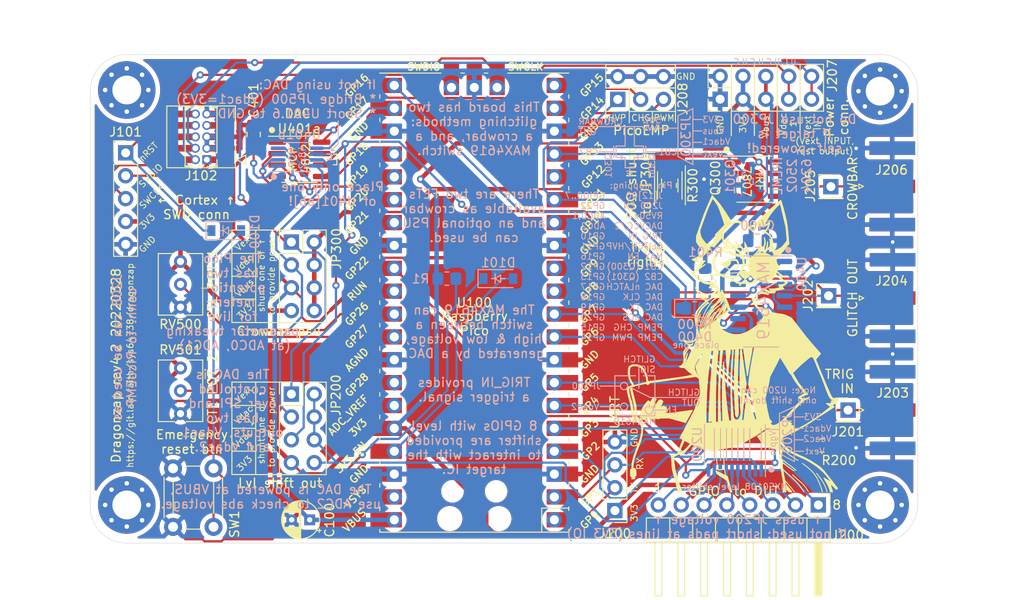
<source format=kicad_pcb>
(kicad_pcb (version 20211014) (generator pcbnew)

  (general
    (thickness 1.6)
  )

  (paper "A4")
  (title_block
    (rev "4")
  )

  (layers
    (0 "F.Cu" signal)
    (31 "B.Cu" signal)
    (32 "B.Adhes" user "B.Adhesive")
    (33 "F.Adhes" user "F.Adhesive")
    (34 "B.Paste" user)
    (35 "F.Paste" user)
    (36 "B.SilkS" user "B.Silkscreen")
    (37 "F.SilkS" user "F.Silkscreen")
    (38 "B.Mask" user)
    (39 "F.Mask" user)
    (40 "Dwgs.User" user "User.Drawings")
    (41 "Cmts.User" user "User.Comments")
    (42 "Eco1.User" user "User.Eco1")
    (43 "Eco2.User" user "User.Eco2")
    (44 "Edge.Cuts" user)
    (45 "Margin" user)
    (46 "B.CrtYd" user "B.Courtyard")
    (47 "F.CrtYd" user "F.Courtyard")
    (48 "B.Fab" user)
    (49 "F.Fab" user)
  )

  (setup
    (stackup
      (layer "F.SilkS" (type "Top Silk Screen"))
      (layer "F.Paste" (type "Top Solder Paste"))
      (layer "F.Mask" (type "Top Solder Mask") (thickness 0.01))
      (layer "F.Cu" (type "copper") (thickness 0.035))
      (layer "dielectric 1" (type "core") (thickness 1.51) (material "FR4") (epsilon_r 4.5) (loss_tangent 0.02))
      (layer "B.Cu" (type "copper") (thickness 0.035))
      (layer "B.Mask" (type "Bottom Solder Mask") (thickness 0.01))
      (layer "B.Paste" (type "Bottom Solder Paste"))
      (layer "B.SilkS" (type "Bottom Silk Screen"))
      (copper_finish "None")
      (dielectric_constraints no)
    )
    (pad_to_mask_clearance 0)
    (pcbplotparams
      (layerselection 0x00010fc_ffffffff)
      (disableapertmacros false)
      (usegerberextensions false)
      (usegerberattributes true)
      (usegerberadvancedattributes true)
      (creategerberjobfile true)
      (svguseinch false)
      (svgprecision 6)
      (excludeedgelayer true)
      (plotframeref false)
      (viasonmask false)
      (mode 1)
      (useauxorigin false)
      (hpglpennumber 1)
      (hpglpenspeed 20)
      (hpglpendiameter 15.000000)
      (dxfpolygonmode true)
      (dxfimperialunits true)
      (dxfusepcbnewfont true)
      (psnegative false)
      (psa4output false)
      (plotreference true)
      (plotvalue true)
      (plotinvisibletext false)
      (sketchpadsonfab false)
      (subtractmaskfromsilk false)
      (outputformat 1)
      (mirror false)
      (drillshape 0)
      (scaleselection 1)
      (outputdirectory "gerbers-rev4/")
    )
  )

  (net 0 "")
  (net 1 "GND")
  (net 2 "+3V3")
  (net 3 "+3.3VADC")
  (net 4 "Net-(D100-Pad1)")
  (net 5 "GPIO0")
  (net 6 "GPIO1")
  (net 7 "/controller/SWDIO")
  (net 8 "/controller/SWCLK")
  (net 9 "unconnected-(J102-Pad8)")
  (net 10 "unconnected-(J102-Pad7)")
  (net 11 "unconnected-(J102-Pad6)")
  (net 12 "Net-(J200-Pad1)")
  (net 13 "Net-(J200-Pad2)")
  (net 14 "TRIG_IN")
  (net 15 "GLITCH_OUT")
  (net 16 "Net-(J200-Pad3)")
  (net 17 "ADC0")
  (net 18 "ADC1")
  (net 19 "Net-(J200-Pad4)")
  (net 20 "Net-(J200-Pad5)")
  (net 21 "Net-(J200-Pad6)")
  (net 22 "VCC_EXT")
  (net 23 "DAC_HI")
  (net 24 "CB1_G")
  (net 25 "CB2_G")
  (net 26 "GPIO_EN")
  (net 27 "DAC_nCS")
  (net 28 "MAX_SW_A")
  (net 29 "MAX_EN")
  (net 30 "GPIO2")
  (net 31 "GPIO3")
  (net 32 "GPIO4")
  (net 33 "GPIO5")
  (net 34 "GPIO6")
  (net 35 "GLITCH_SIG")
  (net 36 "GPIO7")
  (net 37 "GPIO8")
  (net 38 "GPIO9")
  (net 39 "unconnected-(U100-Pad30)")
  (net 40 "DAC_nL")
  (net 41 "DAC_CLK")
  (net 42 "DAC_TX")
  (net 43 "~{EMERG_SHDN}")
  (net 44 "unconnected-(U100-Pad39)")
  (net 45 "Net-(J200-Pad7)")
  (net 46 "DAC_LO")
  (net 47 "CROWBAR")
  (net 48 "/gpio/TAR_VCCIO")
  (net 49 "Net-(J200-Pad8)")
  (net 50 "ADC2")
  (net 51 "PICOEMP_PWM")
  (net 52 "PICOEMP_CHG")
  (net 53 "VBUS")
  (net 54 "CB_VCC")
  (net 55 "Net-(D101-Pad2)")
  (net 56 "/vccout/INHIBIT")

  (footprint "Resistor_SMD:R_0805_2012Metric_Pad1.20x1.40mm_HandSolder" (layer "F.Cu") (at 135.128 87.179 90))

  (footprint "Connector_Coaxial:SMA_Amphenol_132289_EdgeMount" (layer "F.Cu") (at 159.845 87.287))

  (footprint "MountingHole:MountingHole_3.2mm_M3_Pad_Via" (layer "F.Cu") (at 158.496 122.682))

  (footprint "Connector_PinHeader_2.54mm:PinHeader_2x04_P2.54mm_Vertical" (layer "F.Cu") (at 93.091 93.472))

  (footprint "Connector_PinHeader_2.54mm:PinHeader_2x05_P2.54mm_Vertical" (layer "F.Cu") (at 140.721 77.602 90))

  (footprint "Connector_PinHeader_2.54mm:PinHeader_1x01_P2.54mm_Vertical" (layer "F.Cu") (at 152.776 99.441))

  (footprint "Resistor_SMD:R_2010_5025Metric_Pad1.40x2.65mm_HandSolder" (layer "F.Cu") (at 135.128 87.179 90))

  (footprint "Connector_PinHeader_2.54mm:PinHeader_1x08_P2.54mm_Horizontal" (layer "F.Cu") (at 151.638 122.682 -90))

  (footprint "Connector_PinHeader_2.54mm:PinHeader_2x04_P2.54mm_Vertical" (layer "F.Cu") (at 93.091 110.363))

  (footprint "Potentiometer_THT:Potentiometer_Vishay_T73XW_Horizontal" (layer "F.Cu") (at 80.772 95.631))

  (footprint "Connector_PinHeader_2.54mm:PinHeader_1x01_P2.54mm_Vertical" (layer "F.Cu") (at 153.03 87.317))

  (footprint "Resistor_SMD:R_0805_2012Metric_Pad1.20x1.40mm_HandSolder" (layer "F.Cu") (at 152.035 116.078 180))

  (footprint "MCU_RaspberryPi_and_Boards:RPi_Pico_SMD_TH" (layer "F.Cu") (at 113.411 100.203 180))

  (footprint "Connector_PinHeader_1.27mm:PinHeader_2x05_P1.27mm_Vertical" (layer "F.Cu") (at 83.694 84.326 180))

  (footprint "lethalbit-connectors:FTSH-105-01-L-DV-K-TR" (layer "F.Cu") (at 83.059 81.786 90))

  (footprint "Potentiometer_THT:Potentiometer_Vishay_T73XW_Horizontal" (layer "F.Cu") (at 80.772 107.457))

  (footprint "Resistor_SMD:R_2512_6332Metric_Pad1.40x3.35mm_HandSolder" (layer "F.Cu") (at 135.15 87.179 90))

  (footprint "Capacitor_SMD:C_0805_2012Metric_Pad1.18x1.45mm_HandSolder" (layer "F.Cu") (at 88.9 81.5125 -90))

  (footprint "Capacitor_THT:CP_Radial_D4.0mm_P2.00mm" (layer "F.Cu") (at 95.123 124.333 180))

  (footprint "Resistor_SMD:R_1206_3216Metric_Pad1.30x1.75mm_HandSolder" (layer "F.Cu") (at 135.128 87.179 90))

  (footprint "MountingHole:MountingHole_3.2mm_M3_Pad_Via" (layer "F.Cu") (at 158.496 76.708))

  (footprint "Connector_PinHeader_2.54mm:PinHeader_1x01_P2.54mm_Vertical" (layer "F.Cu") (at 154.94 112.141))

  (footprint "graphics:xenia" (layer "F.Cu")
    (tedit 61C154B6) (tstamp baf18278-d51c-443e-9972-c8c9ba5d7493)
    (at 143.4789 104.902)
    (attr through_hole)
    (fp_text reference "XENIA" (at 0 0.5) (layer "F.SilkS") hide
      (effects (font (size 1 1) (thickness 0.15)))
      (tstamp 2ab096f1-5e2e-4948-88f7-ee80da352ce9)
    )
    (fp_text value "xenia" (at 0 -0.5) (layer "F.Fab")
      (effects (font (size 1 1) (thickness 0.15)))
      (tstamp fc47ad18-c916-4f04-8460-6a5fb9138c7e)
    )
    (fp_line (start -0.087449 -8.809657) (end 0.146027 -8.894909) (layer "F.SilkS") (width 0.1) (tstamp 00486478-893b-425b-a5bc-a7e44ca55943))
    (fp_line (start 2.120427 -10.202538) (end 2.241183 -10.185531) (layer "F.SilkS") (width 0.1) (tstamp 0234d303-1347-4357-9ac8-112e8e6ab5f3))
    (fp_line (start 4.330047 -6.234346) (end 4.089216 -6.498479) (layer "F.SilkS") (width 0.1) (tstamp 02d5be24-1036-4d78-b8b7-1b443d15e7c8))
    (fp_line (start 3.24756 9.045381) (end 3.4801 8.89316) (layer "F.SilkS") (width 0.1) (tstamp 0453b7e4-e0e7-4cb5-8648-bec6a813bdeb))
    (fp_line (start 0.260403 -6.891084) (end -0.332851 -6.886832) (layer "F.SilkS") (width 0.1) (tstamp 069f3316-bcd2-4604-a333-7165193738be))
    (fp_line (start -3.758068 -6.759273) (end -3.963863 -6.339774) (layer "F.SilkS") (width 0.1) (tstamp 087708f1-e1e9-4263-81e5-92e875871b86))
    (fp_line (start -9.297786 4.012324) (end -10.724534 4.222797) (layer "F.SilkS") (width 0.1) (tstamp 088a5abf-5280-4acd-9be5-182deee4161f))
    (fp_line (start 0.359176 -6.835298) (end 0.320909 -6.836064) (layer "F.SilkS") (width 0.1) (tstamp 09ddd339-86e0-4167-9e67-6513769a8304))
    (fp_line (start -11.079063 8.253324) (end -11.346087 8.129166) (layer "F.SilkS") (width 0.1) (tstamp 0a1dbe60-6997-4f4e-b4aa-4ec0085281f7))
    (fp_line (start 0.636957 -7.835127) (end 0.567013 -8.025403) (layer "F.SilkS") (width 0.1) (tstamp 0a9d52bd-4852-44a8-82f7-f0b2e974bf90))
    (fp_line (start 0.978307 -7.395325) (end 1.596288 -7.079446) (layer "F.SilkS") (width 0.1) (tstamp 0b28e9dc-79a6-45c1-9c4d-325ada2cc88d))
    (fp_line (start -0.023841 -7.012478) (end 0.260403 -6.891084) (layer "F.SilkS") (width 0.1) (tstamp 0b379b3e-c12a-4629-a430-1567b828b4a9))
    (fp_line (start -4.650002 0.989642) (end -3.764935 0.613726) (layer "F.SilkS") (width 0.1) (tstamp 0f956713-c3d9-4b4c-8b52-a74d6d57ce5b))
    (fp_line (start -0.40371 -6.811827) (end 0.321759 -6.836064) (layer "F.SilkS") (width 0.1) (tstamp 10fd1d94-746f-466c-84a0-aa85c04b7684))
    (fp_line (start 3.479802 11.455544) (end 3.948093 11.551703) (layer "F.SilkS") (width 0.1) (tstamp 1164e296-14e5-4a5e-b2f3-44f1d36e7550))
    (fp_line (start 2.98583 -11.581707) (end 2.741129 -11.748809) (layer "F.SilkS") (width 0.1) (tstamp 12ec9af5-fae0-487c-9f32-ec0f72c4cf1f))
    (fp_line (start -4.381109 -11.064391) (end -4.310739 -11.182596) (layer "F.SilkS") (width 0.1) (tstamp 13666fea-91c0-4fec-bb70-a04cdbcf337e))
    (fp_line (start -0.404795 0.395004) (end -0.462196 0.395218) (layer "F.SilkS") (width 0.1) (tstamp 1399d9fd-892e-4c6d-94d4-e65f4b8d90fb))
    (fp_line (start -1.858607 -3.896465) (end -3.018353 -2.837788) (layer "F.SilkS") (width 0.1) (tstamp 14127424-0f91-4793-8a8a-36511132b3fd))
    (fp_line (start -3.250381 11.652943) (end -2.433578 11.510927) (layer "F.SilkS") (width 0.1) (tstamp 1485f998-b07f-4385-8f35-cac19f2827b9))
    (fp_line (start -8.886174 7.308196) (end -8.901056 7.197645) (layer "F.SilkS") (width 0.1) (tstamp 156d07b6-f60e-459b-b98a-29b8c699efdc))
    (fp_line (start -12.551074 13.779714) (end -12.706696 13.860076) (layer "F.SilkS") (width 0.1) (tstamp 16a71bba-04ef-4283-a06b-f6e9ba8ea3c4))
    (fp_line (start -5.127987 3.687899) (end -5.047837 3.724891) (layer "F.SilkS") (width 0.1) (tstamp 16ec19e3-7b49-453e-80e4-246815f99f56))
    (fp_line (start 0.998035 -5.007568) (end 1.417534 -4.961009) (layer "F.SilkS") (width 0.1) (tstamp 18457aad-4f9d-4c40-a5cc-fb25084ce7be))
    (fp_line (start -5.027428 3.476363) (end -5.115231 3.542269) (layer "F.SilkS") (width 0.1) (tstamp 185cec19-d583-42a6-bbf6-9e4403a7b0ce))
    (fp_line (start -6.740291 2.002993) (end -6.697559 1.323252) (layer "F.SilkS") (width 0.1) (tstamp 19b8a416-d457-47c0-a7b0-da25cad6c5a1))
    (fp_line (start -0.007897 -7.388394) (end -0.050628 -7.071368) (layer "F.SilkS") (width 0.1) (tstamp 1c4a967a-d9ff-4163-bb2a-95ccc3501bb3))
    (fp_line (start -0.670522 -6.851881) (end -0.53786 -6.616024) (layer "F.SilkS") (width 0.1) (tstamp 1c5c7e2f-94b3-4b5e-b4ad-c0a6563fc67e))
    (fp_line (start -10.908538 4.337111) (end -10.835617 4.409819) (layer "F.SilkS") (width 0.1) (tstamp 1e0ba953-460b-4ddb-ba5b-e01c556e61f7))
    (fp_line (start 4.90149 16.307955) (end 5.210438 16.322837) (layer "F.SilkS") (width 0.1) (tstamp 1f5d8d4c-52db-4d4d-99bb-fd209dbbc195))
    (fp_line (start -1.262672 0.453299) (end -1.363656 0.468181) (layer "F.SilkS") (width 0.1) (tstamp 1f69b1f6-9fed-42d7-9e08-09f288c476bc))
    (fp_line (start 2.998458 8.928026) (end 2.798403 8.735837) (layer "F.SilkS") (width 0.1) (tstamp 1fb3f6bd-66d7-4a74-a144-ae01112ff895))
    (fp_line (start -2.982169 0.583537) (end -2.699243 0.577159) (layer "F.SilkS") (width 0.1) (tstamp 20a0f469-5ae6-4e36-8ff6-79100ece3f30))
    (fp_line (start 0.566716 -8.025531) (end 0.636661 -7.835255) (layer "F.SilkS") (width 0.1) (tstamp 21a2e357-9ad7-4e55-9783-020864723576))
    (fp_line (start -2.922258 -2.660056) (end -1.647369 -3.924825) (layer "F.SilkS") (width 0.1) (tstamp 23781219-648c-45af-8566-464b78a6f9ff))
    (fp_line (start -0.590372 -6.842654) (end -0.464088 -6.840528) (layer "F.SilkS") (width 0.1) (tstamp 23b5355a-334f-4bc1-a3a3-bcd5e8aabe03))
    (fp_line (start -0.271007 -9.616787) (end -0.136007 -9.641874) (layer "F.SilkS") (width 0.1) (tstamp 23f55bc5-218f-4c81-bcc4-297aa64fa0b2))
    (fp_line (start 7.736937 1.655947) (end 7.847488 1.605774) (layer "F.SilkS") (width 0.1) (tstamp 252382df-08a7-4b0b-8609-1072db1e998e))
    (fp_line (start -1.871555 -11.918931) (end -1.940225 -12.001419) (layer "F.SilkS") (width 0.1) (tstamp 2566906f-dee1-4d49-aa89-42683ad37200))
    (fp_line (start -2.231462 -13.327246) (end -3.235395 -12.265232) (layer "F.SilkS") (width 0.1) (tstamp 25b94296-ce9e-441c-ba5a-3999d9179a7f))
    (fp_line (start 4.695249 -11.592294) (end 4.867028 -11.229431) (layer "F.SilkS") (width 0.1) (tstamp 2609c5fc-6f5a-49bd-a40b-c12eaada5a92))
    (fp_line (start 4.588609 8.485737) (end 4.879742 8.498492) (layer "F.SilkS") (width 0.1) (tstamp 275e3c89-0d83-4a85-9571-5807c3e775e6))
    (fp_line (start 1.219052 9.973394) (end 1.334493 9.873048) (layer "F.SilkS") (width 0.1) (tstamp 276b13d7-0a57-419c-8da2-e837b16f8ff4))
    (fp_line (start 0.832973 -5.261113) (end 0.774721 -5.194995) (layer "F.SilkS") (width 0.1) (tstamp 27f73be5-5b6d-4dcd-9c2b-08178b3c0f10))
    (fp_line (start 3.878467 -6.660457) (end 3.824042 -6.69915) (layer "F.SilkS") (width 0.1) (tstamp 284e6dc9-3ac5-4cda-bd41-857fb98d4679))
    (fp_line (start -4.421864 -8.927692) (end -5.015118 -8.576139) (layer "F.SilkS") (width 0.1) (tstamp 28797dd3-5c25-40ea-9029-91b4bdf67bc8))
    (fp_line (start -6.053407 10.967866) (end -5.922871 11.018039) (layer "F.SilkS") (width 0.1) (tstamp 28d5ed17-1bf9-4c62-b49a-5fe63f5fcad7))
    (fp_line (start -3.125587 -6.648084) (end -3.692013 -6.537745) (layer "F.SilkS") (width 0.1) (tstamp 292a37f1-a8d7-4049-8d9e-d154cb6269d5))
    (fp_line (start -3.963863 -6.339774) (end -3.148187 -6.432892) (layer "F.SilkS") (width 0.1) (tstamp 29d26dd1-1c9b-4097-8348-63ab0c86a559))
    (fp_line (start -0.136007 -9.641597) (end -0.271007 -9.616511) (layer "F.SilkS") (width 0.1) (tstamp 2b1d77fe-f78d-4ff8-b505-0f28f2dbc7c6))
    (fp_line (start -2.567432 -10.399893) (end -2.567432 -10.400064) (layer "F.SilkS") (width 0.1) (tstamp 2d8c2e79-0ca6-4cac-bd97-7ed59984e6ca))
    (fp_line (start -3.612693 8.448277) (end -3.623323 8.650245) (layer "F.SilkS") (width 0.1) (tstamp 2db2a178-64e5-43fc-91c6-f6bb623ee10e))
    (fp_line (start 0.831253 0.253265) (end 1.081438 0.212021) (layer "F.SilkS") (width 0.1) (tstamp 2e9befe8-1ba6-44c4-8c0c-2f6b67d813e8))
    (fp_line (start -2.265074 13.818492) (end -2.151546 14.500359) (layer "F.SilkS") (width 0.1) (tstamp 2f15d41d-727f-4089-af4d-eed812228f8d))
    (fp_line (start -3.465554 0.613726) (end -2.982169 0.583537) (layer "F.SilkS") (width 0.1) (tstamp 2f4fca68-ad3d-42af-a65a-2dfd84c64f23))
    (fp_line (start 3.824042 -6.69915) (end 3.76579 -6.598166) (layer "F.SilkS") (width 0.1) (tstamp 2f8fab55-05ca-4686-80f5-c3c168b9b405))
    (fp_line (start 3.802463 11.057008) (end 4.193772 10.248454) (layer "F.SilkS") (width 0.1) (tstamp 2fa1b765-b805-47fc-bf33-7549704c7989))
    (fp_line (start 4.525042 15.474081) (end 4.581806 15.914436) (layer "F.SilkS") (width 0.1) (tstamp 318e2232-f227-48be-bc7e-28bc039cbe1a))
    (fp_line (start 0.320909 -6.836064) (end 0.323034 -6.596465) (layer "F.SilkS") (width 0.1) (tstamp 31dcfa14-92b3-40c0-9b7e-3e11dc0058e1))
    (fp_line (start -1.479203 -7.201053) (end -1.470699 -7.127281) (layer "F.SilkS") (width 0.1) (tstamp 321f985d-c802-49a4-b839-d957d45e8880))
    (fp_line (start -2.768188 -9.031568) (end -2.728921 -9.000571) (layer "F.SilkS") (width 0.1) (tstamp 328d1402-4958-47d2-b0f1-71018e3fb92d))
    (fp_line (start -0.523191 -6.729339) (end -0.516813 -6.620064) (layer "F.SilkS") (width 0.1) (tstamp 32e61bfc-d546-4722-ac49-cbb99c79a789))
    (fp_line (start -4.310717 -11.182319) (end -4.381087 -11.064115) (layer "F.SilkS") (width 0.1) (tstamp 3333a437-094a-4126-981c-1a90640c11d7))
    (fp_line (start -0.53786 -6.616024) (end -0.522978 -6.728701) (layer "F.SilkS") (width 0.1) (tstamp 33ea8dc4-877d-4756-9eec-56ecc269d0d6))
    (fp_line (start -2.42565 8.523069) (end -2.710361 8.529447) (layer "F.SilkS") (width 0.1) (tstamp 351d5969-2e3a-436e-a584-701985869a16))
    (fp_line (start -3.548467 -11.102808) (end -3.680278 -11.20443) (layer "F.SilkS") (width 0.1) (tstamp 36bf2b67-6c66-4f57-9dcc-180452d3e2dc))
    (fp_line (start -10.667452 4.294378) (end -10.705294 4.290126) (layer "F.SilkS") (width 0.1) (tstamp 38dc9787-3773-4a65-9eac-77f34d6df8dc))
    (fp_line (start -12.671829 14.588332) (end -12.551286 14.590458) (layer "F.SilkS") (width 0.1) (tstamp 3949f8f3-4972-460a-90a0-6906b5d7ca76))
    (fp_line (start 3.981279 10.706561) (end 3.921327 10.860227) (layer "F.SilkS") (width 0.1) (tstamp 3b861d3c-b38d-4322-b67b-d95ab0619cc6))
    (fp_line (start 9.914625 6.87845) (end 9.630849 6.725166) (layer "F.SilkS") (width 0.1) (tstamp 3bf5a303-d45e-4366-b8e2-9eef9aa4ea37))
    (fp_line (start -1.955062 14.629087) (end -1.482966 16.326622) (layer "F.SilkS") (width 0.1) (tstamp 3d234cf4-d2a0-4b1e-b0ed-33b40ca1bbce))
    (fp_line (start -2.482371 0.53921) (end -2.699349 0.578328) (layer "F.SilkS") (width 0.1) (tstamp 3d6a7394-0229-439d-98ea-24fb7b7d0870))
    (fp_line (start -5.819251 -0.058596) (end -5.782259 -0.164257) (layer "F.SilkS") (width 0.1) (tstamp 3ecd5e71-045c-45dd-959d-3e97c8e33089))
    (fp_line (start -3.785279 -2.270788) (end -4.94377 -1.700982) (layer "F.SilkS") (width 0.1) (tstamp 3f60471a-e684-4c40-916a-dc05757982ce))
    (fp_line (start 3.76579 -6.598166) (end 3.956065 -6.349596) (layer "F.SilkS") (width 0.1) (tstamp 3f775266-cc7f-49e6-b89d-e69ba5f3895e))
    (fp_line (start 3.761942 -7.448985) (end 4.562098 -6.916851) (layer "F.SilkS") (width 0.1) (tstamp 401fc27b-55c2-4d17-b7a9-17271cdee251))
    (fp_line (start -3.619092 -4.014223) (end -4.053048 -3.440186) (layer "F.SilkS") (width 0.1) (tstamp 41e173df-b769-4562-86b0-af2aff66057d))
    (fp_line (start 0.321759 -6.836064) (end 0.360027 -6.835298) (layer "F.SilkS") (width 0.1) (tstamp 43797be8-9d42-485f-bc6b-0544d45927b2))
    (fp_line (start 10.256122 6.014427) (end 10.165768 5.934065) (layer "F.SilkS") (width 0.1) (tstamp 4459b91b-d937-4427-a170-e7027c4df452))
    (fp_line (start -1.482966 16.326622) (end -1.613502 16.326622) (layer "F.SilkS") (width 0.1) (tstamp 46605a33-9342-4627-adea-08a0c3dd1775))
    (fp_line (start -2.364145 -5.272232) (end -2.325452 -5.192508) (layer "F.SilkS") (width 0.1) (tstamp 47476406-4d27-4820-aefe-eb91485cd792))
    (fp_line (start -1.200487 -7.170056) (end -1.200487 -7.170056) (layer "F.SilkS") (width 0.1) (tstamp 47bd3e42-5e60-4145-b4ff-ba2ead23635e))
    (fp_line (start -10.724534 4.222797) (end -10.772326 4.101105) (layer "F.SilkS") (width 0.1) (tstamp 487c4890-ae05-4d1e-8757-f717bdd9f770))
    (fp_line (start -1.29977 -7.131533) (end -0.950173 -6.910133) (layer "F.SilkS") (width 0.1) (tstamp 48f5ac3f-19ad-4208-9449-373c6d6bed43))
    (fp_line (start -0.419655 -9.922015) (end -0.584419 -9.95518) (layer "F.SilkS") (width 0.1) (tstamp 499f0043-d011-4c69-b76f-552cc2e709c0))
    (fp_line (start -10.859577 4.243461) (end -10.870207 4.151406) (layer "F.SilkS") (width 0.1) (tstamp 4b724a58-7782-4fb0-85bb-73cee8bfacec))
    (fp_line (start -3.623323 8.650245) (end -4.324302 8.722316) (layer "F.SilkS") (width 0.1) (tstamp 4c7ee18f-1e28-4990-b358-0d20ba5f3a19))
    (fp_line (start 2.278047 -6.178114) (end 2.254661 -6.053744) (layer "F.SilkS") (width 0.1) (tstamp 4cd7b6b4-85c9-4884-8f10-e79b6ed8c90b))
    (fp_line (start -10.857408 4.242058) (end -10.859577 4.243461) (layer "F.SilkS") (width 0.1) (tstamp 4cf1650d-f012-4b15-ad31-a94564f120f8))
    (fp_line (start 0.636661 -7.835255) (end 0.978307 -7.395325) (layer "F.SilkS") (width 0.1) (tstamp 4d1172a0-a1e6-4e5d-b676-3dfbdc70f814))
    (fp_line (start 4.368889 -7.671512) (end 4.228999 -7.648126) (layer "F.SilkS") (width 0.1) (tstamp 4ea04a5a-7a78-43fb-87d5-86eb2afcea5f))
    (fp_line (start 10.027621 6.192797) (end 10.256122 6.014427) (layer "F.SilkS") (width 0.1) (tstamp 51b18456-8852-4cce-ad37-628dd1c4103a))
    (fp_line (start 0.975627 -7.108827) (end 0.990509 -7.046749) (layer "F.SilkS") (width 0.1) (tstamp 52064152-4b25-4796-8ab1-2e49f3df562c))
    (fp_line (start 5.077543 8.647949) (end 4.922346 8.701524) (layer "F.SilkS") (width 0.1) (tstamp 53bc95a0-a6b5-4bd3-8806-205d384c6e1c))
    (fp_line (start -2.943709 -5.906668) (end -2.916242 -5.843484) (layer "F.SilkS") (width 0.1) (tstamp 54c05bf1-249d-4ed0-aee6-f8cef4715275))
    (fp_line (start 4.587334 8.28802) (end 4.484224 8.388366) (layer "F.SilkS") (width 0.1) (tstamp 54d05816-bdfa-450b-939f-fffbc2d3c01c))
    (fp_line (start -3.764935 0.613726) (end -3.465554 0.613726) (layer "F.SilkS") (width 0.1) (tstamp 56614d25-92fe-4928-ba13-f50ff5bf48ed))
    (fp_line (start 5.210438 16.322837) (end 4.525042 15.474081) (layer "F.SilkS") (width 0.1) (tstamp 57d20178-cd72-4cdf-a6b0-742aea76d37b))
    (fp_line (start -0.446932 -6.922464) (end -0.749927 -6.933093) (layer "F.SilkS") (width 0.1) (tstamp 58166378-73e4-4c77-abf1-b61da426c963))
    (fp_line (start -7.002722 16.306531) (end -7.404278 16.31157) (layer "F.SilkS") (width 0.1) (tstamp 5964804a-9ffe-4905-9f1b-c960fc5465a3))
    (fp_line (start -8.901056 7.197645) (end -8.941025 7.197645) (layer "F.SilkS") (width 0.1) (tstamp 59f58cc4-3f08-4913-804c-7831fc56d6da))
    (fp_line (start 1.092131 -7.182599) (end 0.975627 -7.108827) (layer "F.SilkS") (width 0.1) (tstamp 5ac91684-976e-43dc-b66d-88fa3cf7602b))
    (fp_line (start 7.847488 1.605774) (end 8.38802 0.97155) (layer "F.SilkS") (width 0.1) (tstamp 5c52001a-44b6-4827-8867-9a065693af27))
    (fp_line (start 5.416744 9.020209) (end 5.234122 9.134162) (layer "F.SilkS") (width 0.1) (tstamp 5c5e0318-a0e1-4f94-8225-4bad5445ea6d))
    (fp_line (start 9.500845 16.316587) (end 9.731897 16.316587) (layer "F.SilkS") (width 0.1) (tstamp 5cdfe313-8605-4373-9a45-7b9f1b58e8c5))
    (fp_line (start -12.612153 4.669636) (end -12.765862 4.730652) (layer "F.SilkS") (width 0.1) (tstamp 5d6e084a-605f-4d05-bcd6-23a747bd3e0e))
    (fp_line (start -5.125052 3.690641) (end -5.114422 3.531405) (layer "F.SilkS") (width 0.1) (tstamp 5e0252fd-2729-4e36-b2cc-c7766dba6189))
    (fp_line (start -12.765862 4.730652) (end -12.281945 6.716322) (layer "F.SilkS") (width 0.1) (tstamp 5e807c14-eb72-4699-ac5c-0e22b3b90689))
    (fp_line (start -3.415423 -5.326615) (end -3.508541 -5.332993) (layer "F.SilkS") (width 0.1) (tstamp 5ef3d067-71f0-41ac-ba39-98068649edc9))
    (fp_line (start -3.680278 -11.20443) (end -4.310717 -11.182319) (layer "F.SilkS") (width 0.1) (tstamp 600a3b4b-ae4b-4461-b5a0-b102a630e6e4))
    (fp_line (start -0.516813 -6.620064) (end -0.40371 -6.811827) (layer "F.SilkS") (width 0.1) (tstamp 606c3e55-7d61-412d-adac-41bf5f1f1a73))
    (fp_line (start -3.763999 0.614406) (end -4.65096 0.989557) (layer "F.SilkS") (width 0.1) (tstamp 61bd4437-060d-40c1-add9-cb29405c70c7))
    (fp_line (start -12.324316 14.531951) (end -12.328568 14.687573) (layer "F.SilkS") (width 0.1) (tstamp 61d9b81b-8499-4933-91ed-7a8972810007))
    (fp_line (start -6.730724 2.520138) (end -6.790889 2.401721) (layer "F.SilkS") (width 0.1) (tstamp 62b6ceae-4979-4c7f-9abb-9d942b9ab846))
    (fp_line (start -0.023819 -7.012265) (end -0.050733 -7.071495) (layer "F.SilkS") (width 0.1) (tstamp 633ad3b8-63c2-4a66-ba43-ec1b2327d590))
    (fp_line (start 2.575111 -5.582519) (end 2.566607 -5.800008) (layer "F.SilkS") (width 0.1) (tstamp 6349601a-3c16-49a3-9c53-44ba3301fa17))
    (fp_line (start -12.123177 8.513863) (end -11.715753 8.379501) (layer "F.SilkS") (width 0.1) (tstamp 634c972d-457b-4606-97bd-158cc6774626))
    (fp_line (start -1.200487 -7.170056) (end -1.189857 -7.253607) (layer "F.SilkS") (width 0.1) (tstamp 644c1aa7-bb47-43ff-9985-f1193c633b37))
    (fp_line (start -0.097144 8.381542) (end -0.383216 8.400676) (layer "F.SilkS") (width 0.1) (tstamp 64d7714a-7974-44e3-aea4-f93dec72bbab))
    (fp_line (start -2.982275 0.584047) (end -3.46566 0.614236) (layer "F.SilkS") (width 0.1) (tstamp 65672bfe-b9ee-41a0-973c-1f20f79e074b))
    (fp_line (start -0.522978 -6.728701) (end -0.590372 -6.842654) (layer "F.SilkS") (width 0.1) (tstamp 66ae6362-5d73-429e-895c-b93ac4034e8b))
    (fp_line (start -2.922257 -2.659503) (end -3.018352 -2.837236) (layer "F.SilkS") (width 0.1) (tstamp 67696688-aeb4-4c05-bfdd-17ff57e0fa8a))
    (fp_line (start 4.463814 8.29865) (end 4.587334 8.28802) (layer "F.SilkS") (width 0.1) (tstamp 6adb7440-4967-4c53-ab45-3e8efe9276db))
    (fp_line (start -0.552019 -7.920528) (end -0.353877 -8.180791) (layer "F.SilkS") (width 0.1) (tstamp 6b210527-4628-4b35-bcc0-57c051da3023))
    (fp_line (start 1.550897 -10.19699) (end 1.669101 -10.238234) (layer "F.SilkS") (width 0.1) (tstamp 6f6d94a2-ff06-468f-93cb-7d1121493be0))
    (fp_line (start 5.099335 3.181341) (end 5.269838 3.103317) (layer "F.SilkS") (width 0.1) (tstamp 6faf2824-be38-492e-a01b-4c105834407a))
    (fp_line (start -4.244621 -5.197036) (end -4.324345 -5.268894) (layer "F.SilkS") (width 0.1) (tstamp 6fe73f15-5d69-4a4e-893e-03eb09e9b7d7))
    (fp_line (start 1.655283 -10.326037) (end 1.550897 -10.19699) (layer "F.SilkS") (width 0.1) (tstamp 71407632-595c-426e-b6ae-4fb2a403e147))
    (fp_line (start 1.551599 -10.196373) (end 1.654071 -10.325909) (layer "F.SilkS") (width 0.1) (tstamp 71e17ce2-3f5c-4367-9839-08c5c57f36de))
    (fp_line (start -10.85964 4.243567) (end -10.851137 4.309473) (layer "F.SilkS") (width 0.1) (tstamp 7222796c-3f24-42f8-95ec-33d97cdbe82f))
    (fp_line (start -10.870207 4.151406) (end -12.356801 4.505467) (layer "F.SilkS") (width 0.1) (tstamp 7332bdd2-7696-49e9-b942-e09fe05346ae))
    (fp_line (start -12.555538 14.874192) (end -12.244166 14.849105) (layer "F.SilkS") (width 0.1) (tstamp 73bf2484-d5f9-4ce1-ab83-d710b7907529))
    (fp_line (start -0.050628 -7.071368) (end -0.023841 -7.012478) (layer "F.SilkS") (width 0.1) (tstamp 75ebcaaf-8f91-4bce-95da-35daf284b36b))
    (fp_line (start -2.023604 -4.398792) (end -2.056557 -4.497672) (layer "F.SilkS") (width 0.1) (tstamp 76bcc96a-79c2-4aa1-a653-745cf373720e))
    (fp_line (start 0.360027 -6.835298) (end 0.467176 -6.79129) (layer "F.SilkS") (width 0.1) (tstamp 7879fd6d-8523-40e9-ac87-65ed2628002c))
    (fp_line (start 3.26967 -5.791504) (end 3.374481 -5.900354) (layer "F.SilkS") (width 0.1) (tstamp 78c24dc1-6743-421c-b77c-2fe33b473e4c))
    (fp_line (start -1.470699 -7.127281) (end -1.29977 -7.131533) (layer "F.SilkS") (width 0.1) (tstamp 7923463f-888c-4fc0-b98f-03078496b1b6))
    (fp_line (start 1.596288 -7.079446) (end 2.337853 -6.991643) (layer "F.SilkS") (width 0.1) (tstamp 7a78aae9-59d5-44fd-a5a4-d12a5851aac3))
    (fp_line (start -6.744393 10.596839) (end -5.920744 11.018719) (layer "F.SilkS") (width 0.1) (tstamp 7af554a0-1aea-4bf6-b62d-f529a38d9de6))
    (fp_line (start 3.74706 -7.542316) (end 3.761942 -7.448985) (layer "F.SilkS") (width 0.1) (tstamp 7d46158a-6f68-4d38-be89-e25c900413e7))
    (fp_line (start 3.948093 11.551703) (end 3.802463 11.057008) (layer "F.SilkS") (width 0.1) (tstamp 7f1cd457-f3e0-4118-9041-74f0c4e433d8))
    (fp_line (start 3.952132 10.372397) (end 3.479802 11.455544) (layer "F.SilkS") (width 0.1) (tstamp 7f25c6dd-2bd2-4dba-b030-ccbee8cc0425))
    (fp_line (start 4.867007 -11.229325) (end 4.695227 -11.592231) (layer "F.SilkS") (width 0.1) (tstamp 801e609c-68c5-4efc-a779-888769f67fd8))
    (fp_line (start 9.552655 6.270651) (end 9.957527 6.281281) (layer "F.SilkS") (width 0.1) (tstamp 816dc656-ef63-4b7e-ba23-93c421a09dd9))
    (fp_line (start -10.835617 4.409819) (end -10.692538 4.354544) (layer "F.SilkS") (width 0.1) (tstamp 81a6647b-fb92-470f-859a-839cff2bfa41))
    (fp_line (start -2.265074 13.81847) (end -2.435578 11.510119) (layer "F.SilkS") (width 0.1) (tstamp 823a9a53-cb4b-4f57-9558-1ba1cf975f33))
    (fp_line (start 5.09942 3.182085) (end 5.099335 3.181341) (layer "F.SilkS") (width 0.1) (tstamp 832a8494-eaf2-41bb-a79b-9bd3869ba972))
    (fp_line (start -2.839558 -5.555073) (end -2.839345 -5.555094) (layer "F.SilkS") (width 0.1) (tstamp 84ce0be5-0412-4bdd-83e3-854a7a710ced))
    (fp_line (start -2.790809 -5.240427) (end -2.57719 -5.718179) (layer "F.SilkS") (width 0.1) (tstamp 84d2254b-f203-44d6-b45c-79b312eb19ef))
    (fp_line (start -3.983039 8.479741) (end -3.612693 8.448277) (layer "F.SilkS") (width 0.1) (tstamp 881ba6c1-962a-43e8-acdf-1c75a4cb2656))
    (fp_line (start 2.911548 -11.493032) (end 3.13129 -11.295316) (layer "F.SilkS") (width 0.1) (tstamp 8b34cb3e-4808-4723-abeb-99f377bbe23f))
    (fp_line (start -0.578892 -9.823156) (end -0.419655 -9.922015) (layer "F.SilkS") (width 0.1) (tstamp 8b609dc3-d402-489e-93c7-a8286dd10662))
    (fp_line (start -3.013421 -6.014668) (end -3.06859 -6.173224) (layer "F.SilkS") (width 0.1) (tstamp 902a411f-6335-4f06-8cf1-f0ed80a2cb8a))
    (fp_line (start -0.332851 -6.886832) (end -0.023819 -7.012265) (layer "F.SilkS") (width 0.1) (tstamp 910b5ca3-160a-4289-ac0e-edddfbb8cc23))
    (fp_line (start 4.879742 8.498492) (end 4.786411 8.608406) (layer "F.SilkS") (width 0.1) (tstamp 92425964-3db1-4a0a-86ee-ecbd90311ff8))
    (fp_line (start -2.68655 -9.085993) (end -2.768188 -9.031568) (layer "F.SilkS") (width 0.1) (tstamp 92f206ba-0b74-4aff-a139-97255e30fd4b))
    (fp_line (start -2.699243 0.577159) (end -2.482265 0.538041) (layer "F.SilkS") (width 0.1) (tstamp 9374eae1-1721-491f-8000-bfbbb5c8d606))
    (fp_line (start 5.423717 9.377374) (end 5.570623 9.455611) (layer "F.SilkS") (width 0.1) (tstamp 946a8f93-f8a6-49ed-be65-22cf14da1914))
    (fp_line (start -10.705294 4.290126) (end -10.773113 4.101764) (layer "F.SilkS") (width 0.1) (tstamp 96b8b711-f40d-4aae-a044-c048034ee1fe))
    (fp_line (start 3.55787 -8.163018) (end 3.585933 -8.535108) (layer "F.SilkS") (width 0.1) (tstamp 97eaa1e2-9166-4553-a1d6-ea99a7ba73fb))
    (fp_line (start -2.093805 0.514655) (end -1.899489 4.624204) (layer "F.SilkS") (width 0.1) (tstamp 9a3dec6c-1ff7-4f04-98b4-bff75dbe2572))
    (fp_line (start -7.212683 10.307067) (end -6.744393 10.596839) (layer "F.SilkS") (width 0.1) (tstamp 9aa35107-bd21-4263-aaeb-f87889d0726a))
    (fp_line (start -8.961434 7.519094) (end -8.918702 7.383456) (layer "F.SilkS") (width 0.1) (tstamp 9c77e549-bc3d-407e-a17f-1f44a0465725))
    (fp_line (start 9.062594 6.501448) (end 9.545575 6.870816) (layer "F.SilkS") (width 0.1) (tstamp 9d0a9958-db67-4fa2-a63a-2635acbcaff5))
    (fp_line (start 1.219116 9.972799) (end 1.219052 9.973394) (layer "F.SilkS") (width 0.1) (tstamp 9d53a803-c2dd-44df-9adf-3a36ecbb9623))
    (fp_line (start -10.851137 4.309473) (end -10.908538 4.337111) (layer "F.SilkS") (width 0.1) (tstamp 9d93c53b-c8ce-4a41-8871-5169db872dd3))
    (fp_line (start -0.464088 -6.840528) (end -0.523191 -6.729339) (layer "F.SilkS") (width 0.1) (tstamp 9f3effa9-36c1-499e-8002-787a37d4e90a))
    (fp_line (start -12.443584 14.541092) (end -12.110825 14.518557) (layer "F.SilkS") (width 0.1) (tstamp 9f755b79-98ed-4b7f-b7d5-fc8b011a6083))
    (fp_line (start -0.462154 0.396301) (end -0.404752 0.396089) (layer "F.SilkS") (width 0.1) (tstamp a03f12ee-4c0a-46b5-9d34-c9c5f676bfdc))
    (fp_line (start -0.753754 -8.930796) (end -0.760132 -9.099812) (layer "F.SilkS") (width 0.1) (tstamp a2514bdf-7683-4b2c-bb81-487c8fa57d73))
    (fp_line (start 2.798403 8.735837) (end 2.94212 8.502787) (layer "F.SilkS") (width 0.1) (tstamp a25f08da-163d-4d49-ab74-017e99d1903e))
    (fp_line (start 3.301453 -9.46597) (end 3.588121 -8.53481) (layer "F.SilkS") (width 0.1) (tstamp a261e796-25d7-477c-be76-97f041d1e6b6))
    (fp_line (start -12.208875 14.527699) (end -12.324316 14.531951) (layer "F.SilkS") (width 0.1) (tstamp a273aabd-9b0c-4eb2-9ce1-0a72077650f3))
    (fp_line (start 10.153777 16.03534) (end 10.286013 15.948388) (layer "F.SilkS") (width 0.1) (tstamp a2a59f0e-cde4-498b-8904-d92a12bff2f0))
    (fp_line (start -1.612056 0.483573) (end -1.363486 0.468691) (layer "F.SilkS") (width 0.1) (tstamp a2fc975e-e27d-4dbe-8a0b-341931ded9a6))
    (fp_line (start 5.58019 9.318272) (end 5.423717 9.377374) (layer "F.SilkS") (width 0.1) (tstamp a323f70c-afa2-4c2a-b732-5b77a8cbc996))
    (fp_line (start -1.472081 8.437583) (end -1.785579 8.469473) (layer "F.SilkS") (width 0.1) (tstamp a4c343d5-a6fd-4619-9a83-930a86997c7d))
    (fp_line (start -8.918702 7.383456) (end -8.770521 7.262913) (layer "F.SilkS") (width 0.1) (tstamp a71b8db9-7af6-4a4f-a0c5-fd086e8c47a8))
    (fp_line (start 0.017488 -7.081572) (end 0.065961 -7.361267) (layer "F.SilkS") (width 0.1) (tstamp a77dd63f-3f22-4865-9e78-693ed1d0221c))
    (fp_line (start -0.714593 0.406931) (end -0.462154 0.396301) (layer "F.SilkS") (width 0.1) (tstamp a858f438-2835-4c8f-8f9f-d091eac5a697))
    (fp_line (start 0.365554 -6.704763) (end 0.359176 -6.835298) (layer "F.SilkS") (width 0.1) (tstamp a8bb4afa-35b0-41db-8d99-8ea42d121830))
    (fp_line (start -4.017458 -4.642983) (end -4.118655 -4.734613) (layer "F.SilkS") (width 0.1) (tstamp a9a751bd-7c65-4095-9e42-f665535dba2e))
    (fp_line (start 2.337853 -6.991643) (end 2.882955 -7.225459) (layer "F.SilkS") (width 0.1) (tstamp a9d6e118-1126-476c-be4f-98f751cb96f6))
    (fp_line (start -12.091032 8.313426) (end -12.251756 8.313426) (layer "F.SilkS") (width 0.1) (tstamp ab2163be-385c-49c1-84b2-d21172b217d2))
    (fp_line (start -3.195575 14.016357) (end -1.955062 14.629087) (layer "F.SilkS") (width 0.1) (tstamp abc144f2-0768-45ca-8040-fb36089127a7))
    (fp_line (start -10.87027 4.151512) (end -10.85964 4.243567) (layer "F.SilkS") (width 0.1) (tstamp ac2b5221-dae8-473a-b258-1240f226ee32))
    (fp_line (start -6.083766 0.076404) (end -5.819251 -0.058596) (layer "F.SilkS") (width 0.1) (tstamp ae1a820b-f252-45fc-a06e-4a7cb7959ffc))
    (fp_line (start -0.404752 0.396089) (end -0.142746 0.3659) (layer "F.SilkS") (width 0.1) (tstamp aefe398d-e17c-4e19-992b-b360a5a5a779))
    (fp_line (start 5.004133 3.149642) (end 5.10129 3.181957) (layer "F.SilkS") (width 0.1) (tstamp afaa94e1-65c3-4b6f-9c68-5ac59bc472d1))
    (fp_line (start 10.384191 6.087349) (end 10.027621 6.192797) (layer "F.SilkS") (width 0.1) (tstamp afd35155-2680-4da0-a254-feec9f925517))
    (fp_line (start 2.241183 -10.185531) (end 2.422529 -10.528877) (layer "F.SilkS") (width 0.1) (tstamp b12cdff5-1a28-488f-bb8d-4bd1944d9750))
    (fp_line (start 10.286013 15.948388) (end 8.789979 14.029963) (layer "F.SilkS") (width 0.1) (tstamp b19cabe8-0c6d-451e-bfeb-2fcea82d2608))
    (fp_line (start -3.195469 14.016336) (end -3.195575 14.016357) (layer "F.SilkS") (width 0.1) (tstamp b29c3d1a-bb57-4e68-88ff-a0471bee36d3))
    (fp_line (start -4.555758 -1.880139) (end -4.770185 -1.786787) (layer "F.SilkS") (width 0.1) (tstamp b3396681-51a0-4ddb-b63f-251412419335))
    (fp_line (start -0.950855 -13.622907) (end -0.731411 -13.622907) (layer "F.SilkS") (width 0.1) (tstamp b3d452e4-0558-44e2-b1c9-373e568f7de0))
    (fp_line (start -1.389912 -7.251651) (end -1.479203 -7.201053) (layer "F.SilkS") (width 0.1) (tstamp b4248c5b-0aa5-47e6-8c9f-dcd81c5483ee))
    (fp_line (start -3.692013 -6.537745) (end -3.495785 -6.948273) (layer "F.SilkS") (width 0.1) (tstamp b498dffb-cfee-4cb0-974c-848e3f710666))
    (fp_line (start -2.548723 -6.087781) (end -2.738786 -5.688011) (layer "F.SilkS") (width 0.1) (tstamp b71d1072-ae2d-49ad-8cc4-6755a10b9d34))
    (fp_line (start -2.482265 0.538041) (end -2.093805 0.514655) (layer "F.SilkS") (width 0.1) (tstamp b7256dee-230d-4653-bad5-866a3ef6aa44))
    (fp_line (start 4.267905 -7.539488) (end 4.368889 -7.671512) (layer "F.SilkS") (width 0.1) (tstamp b87dacec-d770-4fac-bfe1-efb923046bde))
    (fp_line (start -1.189857 -7.253607) (end -1.389912 -7.251651) (layer "F.SilkS") (width 0.1) (tstamp ba403a2a-5472-4226-a5d1-0a23e7d66edd))
    (fp_line (start -8.770521 7.262913) (end -8.810915 7.21274) (layer "F.SilkS") (width 0.1) (tstamp bbce8f98-4aca-469a-9837-32a9818170a6))
    (fp_line (start 5.10129 3.181957) (end 5.271794 3.103934) (layer "F.SilkS") (width 0.1) (tstamp bcaa163f-1a67-400f-b78e-c162f92c8e47))
    (fp_line (start -5.115231 3.542269) (end -5.127987 3.687899) (layer "F.SilkS") (width 0.1) (tstamp bd3ba98d-d2d7-4d86-9b2d-33dad2eac79f))
    (fp_line (start -13.04073 4.7092) (end -13.11599 4.844838) (layer "F.SilkS") (width 0.1) (tstamp bfe0cc57-3c62-4d4e-b119-5e8302e94e4d))
    (fp_line (start 2.94212 8.502787) (end 2.707113 8.306559) (layer "F.SilkS") (width 0.1) (tstamp c09fd7f1-a334-4ec4-a220-e985605306ee))
    (fp_line (start -6.790889 2.401721) (end -6.940346 2.395343) (layer "F.SilkS") (width 0.1) (tstamp c32eaa5b-78c2-4826-b43f-df6d970efaf8))
    (fp_line (start -5.65404 3.373126) (end -5.490765 3.472622) (layer "F.SilkS") (width 0.1) (tstamp c340e49e-f635-4f5a-8d46-5b209fa63b31))
    (fp_line (start 3.557401 -8.162274) (end 3.530613 -8.09403) (layer "F.SilkS") (width 0.1) (tstamp c4d70ee4-e581-49d7-a356-429f4c894ae1))
    (fp_line (start -5.490765 3.472622) (end -7.838808 3.820986) (layer "F.SilkS") (width 0.1) (tstamp c4e22290-d247-4c4b-b64f-48ce69f7dada))
    (fp_line (start 0.426188 -8.688901) (end 0.566716 -8.025531) (layer "F.SilkS") (width 0.1) (tstamp c4f4a549-e6f5-496a-9563-4a841ee07124))
    (fp_line (start -6.682039 1.944741) (end -6.740291 2.002993) (layer "F.SilkS") (width 0.1) (tstamp c56f63ab-855c-40f2-a369-d65080c720e0))
    (fp_line (start -5.020625 -8.48823) (end -4.421864 -8.927692) (layer "F.SilkS") (width 0.1) (tstamp c5c5c032-e127-4fa8-a41a-e56835647d83))
    (fp_line (start -10.692538 4.354544) (end -10.667452 4.294378) (layer "F.SilkS") (width 0.1) (tstamp c63d6947-c16a-4323-b8e9-fceaef7fae24))
    (fp_line (start -1.975132 15.030877) (end -3.120209 14.292586) (layer "F.SilkS") (width 0.1) (tstamp c779cb0c-e4dc-4efc-a060-908bf2219140))
    (fp_line (start 0.467176 -6.79129) (end 0.365554 -6.704763) (layer "F.SilkS") (width 0.1) (tstamp c8d97f64-7ec8-4828-ba9c-6b5dbff61d09))
    (fp_line (start 1.242735 10.054437) (end 1.22105 9.974287) (layer "F.SilkS") (width 0.1) (tstamp c90a00d0-330b-4c41-b70b-f2fa9a4872f9))
    (fp_line (start -0.529952 -10.830745) (end -0.519322 -10.91047) (layer "F.SilkS") (width 0.1) (tstamp c98b6b93-a8bf-4e8e-9209-5193020a22ea))
    (fp_line (start 0.52883 -6.767394) (end 0.711452 -6.798434) (layer "F.SilkS") (width 0.1) (tstamp c9afd472-cccf-4bbe-8af9-24511c6156cc))
    (fp_line (start -1.363486 0.468691) (end -1.262502 0.453809) (layer "F.SilkS") (width 0.1) (tstamp ca2e7f26-faa9-4dde-abaf-6ceac0b54c42))
    (fp_line (start 7.845447 1.604775) (end 7.734896 1.654948) (layer "F.SilkS") (width 0.1) (tstamp cb2c9fda-e077-4170-8f98-a0a66ff895c7))
    (fp_line (start 0.503041 -13.110056) (end -0.809837 -13.824748) (layer "F.SilkS") (width 0.1) (tstamp cb3bfe3f-4ce5-447c-b68a-f0b9a64fb392))
    (fp_line (start -2.951363 8.57658) (end -3.253891 8.612296) (layer "F.SilkS") (width 0.1) (tstamp cbf1796f-59d0-4555-8c14-9d192dd57bfb))
    (fp_line (start 1.355455 -5.598039) (end 1.813796 -5.730063) (layer "F.SilkS") (width 0.1) (tstamp cf34bccf-cdde-4b03-a71d-39e082be13a7))
    (fp_line (start -8.941025 7.197645) (end -9.07156 7.624543) (layer "F.SilkS") (width 0.1) (tstamp cf89459e-fd92-4e68-9587-f252ddcdb6a3))
    (fp_line (start -0.699988 -7.763205) (end -0.552019 -7.920528) (layer "F.SilkS") (width 0.1) (tstamp cfa9ca81-e166-49c3-8ece-ea2d2f4b969d))
    (fp_line (start 4.58187 15.913755) (end 4.90149 16.307955) (layer "F.SilkS") (width 0.1) (tstamp d246b720-0b90-496e-9a97-54995820586e))
    (fp_line (start -2.951363 8.57658) (end -2.951363 8.57658) (layer "F.SilkS") (width 0.1) (tstamp d3f18f6f-df87-411a-a9b0-ea9d01654407))
    (fp_line (start 2.196154 -10.312303) (end 2.152146 -10.847902) (layer "F.SilkS") (width 0.1) (tstamp d432040b-8383-421c-8988-1e75af44816f))
    (fp_line (start 4.773995 8.430886) (end 4.588609 8.485737) (layer "F.SilkS") (width 0.1) (tstamp d4ec1f91-d46c-477e-8058-9652008afc58))
    (fp_line (start -2.839345 -5.555094) (end -2.87251 -5.653953) (layer "F.SilkS") (width 0.1) (tstamp d698486e-a46f-41e1-840d-4d67884bd3e3))
    (fp_line (start 0.823747 -9.734949) (end 1.307154 -10.144201) (layer "F.SilkS") (width 0.1) (tstamp d8c674a4-0e15-4f14-8afc-3fe5709d5bde))
    (fp_line (start -2.954021 13.8895) (end -2.265074 13.818492) (layer "F.SilkS") (width 0.1) (tstamp d8d04551-5dca-4c10-a227-c69f8709819d))
    (fp_line (start -2.058896 -8.588768) (end -1.816151 -8.800516) (layer "F.SilkS") (width 0.1) (tstamp d9974485-27a7-4a5b-8212-d6d6a76806c7))
    (fp_line (start -12.281945 6.716322) (end -12.091032 8.313426) (layer "F.SilkS") (width 0.1) (tstamp da98a90c-a8ad-4955-ac32-20748eb25336))
    (fp_line (start 3.531508 -8.094774) (end 3.55787 -8.163018) (layer "F.SilkS") (width 0.1) (tstamp ddce5d33-f931-4b78-8608-df870869e452))
    (fp_line (start 7.162964 1.383481) (end 7.487049 1.25167) (layer "F.SilkS") (width 0.1) (tstamp dff82fbe-ee79-44c3-8e77-55b4b643c5a8))
    (fp_line (start 0.146027 -8.894909) (end 0.426188 -8.688901) (layer "F.SilkS") (width 0.1) (tstamp e00859b8-20fb-47f3-80aa-68a67bfcd82a))
    (fp_line (start -0.353877 -8.180791) (end -0.087449 -8.809657) (layer "F.SilkS") (width 0.1) (tstamp e38b6853-bdca-4f8b-864b-9f909d27b0df))
    (fp_line (start -1.613502 16.326622) (end -1.975132 15.030877) (layer "F.SilkS") (width 0.1) (tstamp e3eefb2c-367e-42ae-ab55-468b9c80597b))
    (fp_line (start 2.371165 -5.944893) (end 2.433244 -5.750579) (layer "F.SilkS") (width 0.1) (tstamp e7593b06-b8bc-4cd9-8175-3318f0857ad6))
    (fp_line (start -12.503345 4.528492) (end -13.04073 4.7092) (layer "F.SilkS") (width 0.1) (tstamp e77cdda7-426f-4d81-947d-3531bcb14e2b))
    (fp_line (start -11.346087 8.129166) (end -11.962622 8.269056) (layer "F.SilkS") (width 0.1) (tstamp e830d834-92c8-4727-8cea-5594534f3119))
    (fp_line (start -8.810915 7.21274) (end -8.886174 7.308196) (layer "F.SilkS") (width 0.1) (tstamp e8427703-debe-4022-822d-163d4fc97756))
    (fp_line (start 4.58187 15.913862) (end 4.53935 16.318734) (layer "F.SilkS") (width 0.1) (tstamp e8534302-6424-42b3-84cb-491a71f2e92e))
    (fp_line (start 2.164541 -3.875056) (end 2.231509 -3.690096) (layer "F.SilkS") (width 0.1) (tstamp ea8d659e-f49d-4a76-bf10-365380e1fbec))
    (fp_line (start -2.468552 -5.478197) (end -2.427308 -5.415056) (layer "F.SilkS") (width 0.1) (tstamp eaaba885-6847-4e05-ae29-573eb27406eb))
    (fp_line (start -12.454214 14.691825) (end -12.443584 14.541092) (layer "F.SilkS") (width 0.1) (tstamp eace50b7-0587-4789-af94-ba736cdea20d))
    (fp_line (start 2.254661 -6.053744) (end 2.371165 -5.944893) (layer "F.SilkS") (width 0.1) (tstamp ec38479c-c3e7-4f46-ac16-d6a927108686))
    (fp_line (start 4.141983 11.615802) (end 4.027392 12.553106) (layer "F.SilkS") (width 0.1) (tstamp edbcd08d-c6e3-444a-9304-f015eb027482))
    (fp_line (start 2.697568 -6.216934) (end 3.078204 -5.960583) (layer "F.SilkS") (width 0.1) (tstamp edca0ba6-e2e8-41d5-99f9-48fcceb34d1a))
    (fp_line (start 1.367277 8.296758) (end 1.095364 8.31164) (layer "F.SilkS") (width 0.1) (tstamp ee451598-92e1-48de-86b1-99d5a497153e))
    (fp_line (start 3.97269 -7.426811) (end 4.267905 -7.539488) (layer "F.SilkS") (width 0.1) (tstamp ee796e0c-71e8-4a8d-a561-f3ac4bb1387d))
    (fp_line (start -3.235395 -12.265232) (end -3.548467 -11.102808) (layer "F.SilkS") (width 0.1) (tstamp f03db05d-77cd-4ad7-8706-067e8098a027))
    (fp_line (start -1.262502 0.453809) (end -1.013932 0.449557) (layer "F.SilkS") (width 0.1) (tstamp f31d7e44-6c40-4562-a047-fd76fac34aef))
    (fp_line (start -0.584419 -9.95518) (end -0.614608 -10.023849) (layer "F.SilkS") (width 0.1) (tstamp f3212008-adbe-4a98-90d9-6e09be438154))
    (fp_line (start -6.887005 10.525852) (end -6.746477 10.596222) (layer "F.SilkS") (width 0.1) (tstamp f3bc82f5-5346-4619-b5e6-3e9e047408d5))
    (fp_line (start -2.313717 -12.553473) (end -1.521852 -13.397638) (layer "F.SilkS") (width 0.1) (tstamp f4504cb5-e5ed-4293-822f-9033a15d4a02))
    (fp_line (start -0.760132 -9.099812) (end -0.705707 -9.066646) (layer "F.SilkS") (width 0.1) (tstamp f53b72b5-1934-4424-a94c-2da95213015b))
    (fp_line (start 3.863564 -7.531686) (end 3.74706 -7.542316) (layer "F.SilkS") (width 0.1) (tstamp f742decb-769e-41e1-a738-87ff6ad9b828))
    (fp_line (start -4.733128 0.923099) (end -4.650002 0.989642) (layer "F.SilkS") (width 0.1) (tstamp f9bee6d7-27a1-46c2-b70c-d4cd18928afd))
    (fp_line (start -0.050733 -7.071495) (end -0.446932 -6.922464) (layer "F.SilkS") (width 0.1) (tstamp fbb5c9c4-37e4-40c1-b6e3-8a2c1d0291aa))
    (fp_line (start -1.058579 -11.47949) (end -0.715232 -10.946633) (layer "F.SilkS") (width 0.1) (tstamp fbbed5ba-fa0b-4fe7-b985-accc97c462ee))
    (fp_line (start 2.227427 -3.687906) (end 2.162457 -3.8758) (layer "F.SilkS") (width 0.1) (tstamp fbc33d67-378c-4865-93fe-8195c4fb3efa))
    (fp_line (start -0.353559 -8.180812) (end -0.5517 -7.920549) (layer "F.SilkS") (width 0.1) (tstamp fee35e6a-1903-4e6c-b207-6d943ee96f6f))
    (fp_line (start 5.720887 6.712134) (end 6.335254 6.087093) (layer "F.SilkS") (width 0.1) (tstamp ff2bdbb5-a12d-435c-b35b-55ddaa72a977))
    (fp_line (start -12.328568 14.687573) (end -12.454214 14.691825) (layer "F.SilkS") (width 0.1) (tstamp ff77e396-086f-4672-b860-8f0c74d04600))
    (fp_line (start -3.018353 -2.837788) (end -2.922258 -2.660056) (layer "F.SilkS") (width 0.1) (tstamp ff8d5dc7-5a05-44f4-9826-d2e578b07bd2))
    (fp_poly (pts
        (xy 4.191 -15.3924)
        (xy 4.445 -14.4272)
        (xy 4.6228 -13.589)
        (xy 4.7498 -12.6492)
        (xy 4.8768 -11.3284)
        (xy 4.699 -11.6078)
        (xy 4.572 -13.0556)
        (xy 4.3688 -13.8684)
        (xy 4.1148 -14.9606)
        (xy 3.937 -15.748)
        (xy 3.3528 -15.1892)
        (xy 2.7686 -14.4272)
        (xy 2.4638 -13.97)
        (xy 2.159 -13.3096)
        (xy 2.2098 -13.1572)
        (xy 2.0066 -13.1318)
        (xy 1.2446 -13.2334)
        (xy 0.7874 -13.1318)
        (xy 0.6096 -13.0302)
        (xy 0.6096 -12.8524)
        (xy 0.4572 -12.954)
        (xy -0.6096 -13.5636)
        (xy -0.8128 -13.6144)
        (xy -1.0922 -13.589)
        (xy -1.4986 -13.4112)
        (xy -1.446846 -13.591697)
        (xy -0.809837 -13.824748)
        (xy 0.503041 -13.110056)
        (xy 0.7366 -13.2588)
        (xy 0.961383 -13.300331)
        (xy 2.3114 -14.605)
        (xy 3.2766 -15.4686)
        (xy 3.9878 -16.0528)
      ) (layer "F.SilkS") (width 0.1) (fill solid) (tstamp 04a00f3e-bcb2-4205-bbb6-60ba9f3c34b9))
    (fp_poly (pts
        (xy -6.731 10.6172)
        (xy -7.112 11.43)
        (xy -7.2898 12.0142)
        (xy -6.8834 11.8364)
        (xy -6.5278 11.5316)
        (xy -6.0198 10.9474)
        (xy -5.9182 11.049)
        (xy -6.2484 11.4046)
        (xy -6.7056 11.938)
        (xy -7.2136 12.065)
        (xy -7.6962 12.2936)
        (xy -7.8994 12.3698)
        (xy -7.8994 12.8524)
        (xy -7.8232 13.4112)
        (xy -7.7978 13.7668)
        (xy -7.5438 14.732)
        (xy -7.239 15.6972)
        (xy -7.002722 16.306531)
        (xy -7.404278 16.31157)
        (xy -7.747 14.986)
        (xy -8.0518 13.8938)
        (xy -8.1534 12.3444)
        (xy -7.464571 12.082774)
        (xy -6.8834 10.5156)
      ) (layer "F.SilkS") (width 0.1) (fill solid) (tstamp 06d8a115-7d5f-43b2-b721-7159bac9d07c))
    (fp_poly (pts
        (xy -2.7686 -15.5956)
        (xy -1.778 -14.097)
        (xy -1.446846 -13.591697)
        (xy -1.4986 -13.4112)
        (xy -2.3114 -12.573)
        (xy -2.4384 -11.811)
        (xy -2.54 -11.938)
        (xy -3.44406 -10.882981)
        (xy -3.8608 -11.049)
        (xy -4.3434 -11.0744)
        (xy -4.318 -11.2014)
        (xy -3.7084 -11.2014)
        (xy -3.5306 -11.1252)
        (xy -3.2258 -12.2936)
        (xy -2.231462 -13.327246)
        (xy -2.413 -13.9446)
        (xy -2.7686 -14.9098)
        (xy -2.921 -15.3416)
        (xy -3.2512 -15.875)
        (xy -3.583184 -16.318123)
        (xy -3.8862 -15.6972)
        (xy -4.1402 -15.113)
        (xy -5.014523 -12.725189)
        (xy -4.953 -12.1412)
        (xy -4.7752 -11.7856)
        (xy -4.4958 -11.43)
        (xy -4.3434 -11.2268)
        (xy -4.381087 -11.064115)
        (xy -4.1148 -10.8204)
        (xy -3.80114 -10.701911)
        (xy -4.191 -10.3886)
        (xy -4.6482 -9.8806)
        (xy -5.0038 -9.6266)
        (xy -5.422287 -9.431401)
        (xy -5.0546 -9.3218)
        (xy -4.450395 -9.343173)
        (xy -5.015118 -8.576139)
        (xy -4.826 -8.6868)
        (xy -5.2324 -8.3312)
        (xy -5.745713 -7.91145)
        (xy -5.0038 -7.366)
        (xy -4.4704 -7.0358)
        (xy -3.9878 -6.9342)
        (xy -3.495785 -6.948273)
        (xy -3.692013 -6.537745)
        (xy -3.1242 -6.6548)
        (xy -2.8956 -6.1468)
        (xy -2.7432 -5.6896)
        (xy -2.5654 -6.0706)
        (xy -2.2352 -5.4356)
        (xy -1.778 -4.3434)
        (xy -1.651 -3.9116)
        (xy -2.921 -2.667)
        (xy -2.922258 -2.660056)
        (xy -2.922257 -2.659503)
        (xy -3.0226 -2.8448)
        (xy -1.858607 -3.896465)
        (xy -2.2098 -4.9784)
        (xy -2.57719 -5.718179)
        (xy -2.790809 -5.240427)
        (xy -2.9464 -5.969)
        (xy -3.148187 -6.432892)
        (xy -3.963863 -6.339774)
        (xy -3.758068 -6.759273)
        (xy -4.0894 -6.7564)
        (xy -4.5212 -6.858)
        (xy -4.9276 -7.112)
        (xy -5.4356 -7.4676)
        (xy -5.975978 -7.97506)
        (xy -5.6642 -8.1534)
        (xy -5.1816 -8.6614)
        (xy -4.841767 -9.171415)
        (xy -5.2324 -9.2456)
        (xy -5.5118 -9.2964)
        (xy -5.859453 -9.482149)
        (xy -5.207 -9.779)
        (xy -4.531033 -10.321147)
        (xy -5.123352 -11.052296)
        (xy -5.385571 -11.463119)
        (xy -5.362185 -12.084608)
        (xy -4.572 -14.3764)
        (xy -4.064 -15.5702)
        (xy -3.6322 -16.5862)
      ) (layer "F.SilkS") (width 0.1) (fill solid) (tstamp 08dd6da0-c217-4004-9c30-418056df4779))
    (fp_poly (pts
        (xy -5.2324 -6.0706)
        (xy -5.1816 -5.969)
        (xy -5.334 -5.9436)
        (xy -5.461 -6.2992)
      ) (layer "F.SilkS") (width 0.1) (fill solid) (tstamp 0cec9aea-5e9e-42b3-9348-b79e2a266dee))
    (fp_poly (pts
        (xy 3.9116 -8.6106)
        (xy 3.7592 -8.4836)
        (xy 3.5814 -8.509)
        (xy 3.5306 -8.9662)
      ) (layer "F.SilkS") (width 0.1) (fill solid) (tstamp 23bd23ad-4624-4636-9d15-787a66ae40e1))
    (fp_poly (pts
        (xy 0.1524 -8.1534)
        (xy 0.5842 -8.0264)
        (xy 0.635 -7.8232)
        (xy 0.3556 -7.5692)
        (xy 0.0254 -7.366)
        (xy -0.3048 -7.5692)
        (xy -0.508 -7.8232)
        (xy -0.5517 -7.920549)
        (xy -0.3302 -8.1788)
      ) (layer "F.SilkS") (width 0.1) (fill solid) (tstamp 35e3e9e2-2e12-4a76-ba87-10955cd7f171))
    (fp_poly (pts
        (xy 1.7272 -10.795)
        (xy 1.6002 -10.8204)
        (xy 1.7272 -11.176)
      ) (layer "F.SilkS") (width 0.1) (fill solid) (tstamp 403312e0-b0fc-46d4-848e-a907f9d5b2eb))
    (fp_poly (pts
        (xy 0.381 -9.398)
        (xy 0.254 -9.398)
        (xy 0.3556 -9.6266)
      ) (layer "F.SilkS") (width 0.1) (fill solid) (tstamp 52bb5c54-e446-4593-a3cc-ab3b0830f0e5))
    (fp_poly (pts
        (xy 5.1816 16.2814)
        (xy 4.90149 16.307955)
        (xy 4.4958 15.8496)
        (xy 4.5466 15.5194)
      ) (layer "F.SilkS") (width 0.1) (fill solid) (tstamp 55217687-f3a4-4082-a9d8-61b1af93736b))
    (fp_poly (pts
        (xy -9.8806 6.0198)
        (xy -10.16 6.6802)
        (xy -10.3124 7.1882)
        (xy -10.4902 7.5946)
        (xy -10.541 7.7216)
        (xy -10.4527 7.740938)
        (xy -10.3632 7.62)
        (xy -10.2108 7.239)
        (xy -9.779 6.5278)
        (xy -9.525 6.1722)
        (xy -9.2964 6.1214)
        (xy -9.144 6.2738)
        (xy -9.1694 6.4262)
        (xy -9.7536 7.5184)
        (xy -9.8806 7.7978)
        (xy -9.814039 7.80032)
        (xy -9.7028 7.7216)
        (xy -9.5504 7.366)
        (xy -9.2964 6.9088)
        (xy -9.144 6.8326)
        (xy -8.9154 6.858)
        (xy -8.6868 7.0358)
        (xy -8.6868 7.3406)
        (xy -8.7376 7.493)
        (xy -8.8392 7.5692)
        (xy -8.9408 7.5438)
        (xy -8.9408 7.4422)
        (xy -8.8646 7.3406)
        (xy -8.8138 7.2644)
        (xy -8.9408 7.2136)
        (xy -9.07156 7.624543)
        (xy -8.8392 7.6454)
        (xy -7.5184 7.493)
        (xy -5.842 7.2644)
        (xy -6.604 8.636)
        (xy -7.095047 8.471001)
        (xy -8.3312 8.128)
        (xy -8.5852 8.1026)
        (xy -9.1694 8.128)
        (xy -9.3726 8.1026)
        (xy -9.652 8.2042)
        (xy -9.8806 8.1534)
        (xy -10.1346 8.255)
        (xy -10.541 8.1534)
        (xy -10.795 8.3312)
        (xy -11.632648 7.971418)
        (xy -11.43 7.1882)
        (xy -11.1506 6.7056)
        (xy -10.7442 6.223)
        (xy -10.567828 6.379289)
        (xy -11.140377 7.725272)
        (xy -11.107637 7.813075)
        (xy -11.0236 7.7724)
        (xy -10.922 7.3406)
        (xy -10.6426 6.5786)
        (xy -10.2362 5.9436)
        (xy -10.033 5.9436)
      ) (layer "F.SilkS") (width 0.1) (fill solid) (tstamp 55ff67f7-c63a-4fb5-9ed9-0276fd761b12))
    (fp_poly (pts
        (xy 5.9182 9.4234)
        (xy 4.191 10.2362)
        (xy 3.81 11.0744)
        (xy 3.937 11.5316)
        (xy 3.5052 11.43)
        (xy 3.937 10.3886)
        (xy 3.81 10.2108)
        (xy 5.715 9.398)
      ) (layer "F.SilkS") (width 0.1) (fill solid) (tstamp 5b71ba90-f29a-4f4b-8d8a-49ab39b045ae))
    (fp_poly (pts
        (xy 2.4638 -3.81)
        (xy 3.2004 -3.5306)
        (xy 3.8354 -3.429)
        (xy 4.3434 -3.3528)
        (xy 4.7244 -3.2004)
        (xy 5.207 -2.921)
        (xy 5.4102 -2.667)
        (xy 6.7564 -0.889)
        (xy 8.382 0.9652)
        (xy 7.874 1.5748)
        (xy 7.747 1.651)
        (xy 7.4676 1.27)
        (xy 7.1882 1.3716)
        (xy 6.4008 2.0066)
        (xy 5.334 3.0734)
        (xy 5.1308 3.175)
        (xy 5.0292 3.1496)
        (xy 4.7498 2.667)
        (xy 3.905488 1.312175)
        (xy 3.0988 2.8702)
        (xy 2.768405 3.498452)
        (xy 2.4892 4.9784)
        (xy 2.230085 5.887995)
        (xy 2.3876 6.9342)
        (xy 2.7178 8.2804)
        (xy 2.9718 8.509)
        (xy 2.8194 8.763)
        (xy 2.998458 8.928026)
        (xy 3.2004 9.0424)
        (xy 2.322268 9.212377)
        (xy 1.242735 10.054437)
        (xy -0.8382 11.2014)
        (xy -1.56077 11.367217)
        (xy -3.0226 11.6078)
        (xy -3.6322 11.7348)
        (xy -4.2164 11.684)
        (xy -5.6642 11.1506)
        (xy -7.1882 10.3124)
        (xy -5.588 7.239)
        (xy -4.9276 5.4356)
        (xy -5.08 3.7084)
        (xy -5.0292 3.5052)
        (xy -5.461 2.3368)
        (xy -4.6736 1.0414)
        (xy -3.7846 0.6604)
        (xy -3.9624 2.159)
        (xy -4.1656 3.683)
        (xy -4.2672 5.1816)
        (xy -4.318 7.0358)
        (xy -4.324302 8.722316)
        (xy -3.623323 8.650245)
        (xy -3.6068 8.4582)
        (xy -3.9878 8.509)
        (xy -3.9624 7.366)
        (xy -3.81 4.3434)
        (xy -3.4798 0.6604)
        (xy -2.9972 0.6096)
        (xy -3.1242 2.0828)
        (xy -3.2004 3.3782)
        (xy -3.2512 5.0546)
        (xy -3.2766 7.7978)
        (xy -3.2766 8.6106)
        (xy -2.9464 8.5852)
        (xy -2.9464 7.874)
        (xy -2.921 5.8166)
        (xy -2.8956 4.0132)
        (xy -2.794 2.2098)
        (xy -2.6924 0.6096)
        (xy -2.4892 0.5842)
        (xy -2.5908 1.651)
        (xy -2.7178 2.8448)
        (xy -2.794 4.3434)
        (xy -2.794 5.5626)
        (xy -2.7686 6.604)
        (xy -2.7178 8.509)
        (xy -2.4638 8.509)
        (xy -2.4638 7.8486)
        (xy -2.4892 6.5786)
        (xy -2.4892 4.4958)
        (xy -2.3622 2.4384)
        (xy -2.2352 4.8768)
        (xy -1.9812 7.1374)
        (xy -1.778 8.4836)
        (xy -1.472081 8.437583)
        (xy -1.4732 5.8166)
        (xy -1.3208 7.9756)
        (xy -1.2192 8.1534)
        (xy -1.0414 8.3312)
        (xy -0.8636 8.3566)
        (xy -0.674431 8.269593)
        (xy -0.5334 8.0264)
        (xy -0.4318 7.62)
        (xy -0.4572 7.0104)
        (xy -0.508 5.7404)
        (xy -0.5334 4.1148)
        (xy -0.508 2.413)
        (xy -0.4826 0.635)
        (xy -0.4064 0.4826)
        (xy -0.0762 2.921)
        (xy 0.135437 4.370829)
        (xy 0.0254 5.0546)
        (xy -0.2286 6.9596)
        (xy -0.381 8.4074)
        (xy -0.1016 8.4074)
        (xy 0.0508 7.0358)
        (xy 0.2794 5.2832)
        (xy 0.5842 6.5786)
        (xy 1.0922 8.3058)
        (xy 1.3462 8.3058)
        (xy 0.9652 6.8326)
        (xy 0.7366 5.8674)
        (xy 0.4318 4.3688)
        (xy 0.5842 2.9972)
        (xy 1.081438 0.212021)
        (xy 0.8382 0.2286)
        (xy 0.2794 3.3274)
        (xy -0.1524 0.381)
        (xy -0.7112 0.4064)
        (xy -0.7874 1.7526)
        (xy -0.8382 4.0386)
        (xy -0.8382 4.8514)
        (xy -0.7874 6.1976)
        (xy -0.7366 7.3152)
        (xy -0.762 7.6708)
        (xy -0.8636 7.9756)
        (xy -0.9398 7.9502)
        (xy -1.0414 7.747)
        (xy -1.0922 6.5786)
        (xy -1.1684 4.7498)
        (xy -1.143 2.7686)
        (xy -1.0414 0.4572)
        (xy -1.6002 0.4826)
        (xy -1.8034 2.0828)
        (xy -1.9304 3.6576)
        (xy -2.0828 0.5334)
        (xy -2.667 0.5588)
        (xy -3.763999 0.614406)
        (xy -4.65096 0.989557)
        (xy -4.7752 0.889)
        (xy -5.6134 2.3114)
        (xy -5.588 2.7686)
        (xy -5.3594 3.2004)
        (xy -5.1054 3.5052)
        (xy -5.1308 3.6576)
        (xy -6.0452 3.1242)
        (xy -6.731 2.4384)
        (xy -5.5372 -0.0762)
        (xy -4.9276 -1.7018)
        (xy -3.7846 -2.2606)
        (xy -2.9972 -2.8194)
        (xy -2.794 -2.159)
        (xy -2.54 -1.6764)
        (xy -2.1336 -1.4478)
        (xy -1.651 -1.2192)
        (xy -1.1684 -1.143)
        (xy -0.508 -1.143)
        (xy 0.127 -1.3716)
        (xy 0.8382 -1.778)
        (xy 1.4732 -2.286)
        (xy 1.9812 -2.9464)
        (xy 2.2352 -3.6576)
        (xy 2.159 -3.8354)
      ) (layer "F.SilkS") (width 0.1) (fill solid) (tstamp 5c7f2f26-1872-4e61-8f38-905126451931))
    (fp_poly (pts
        (xy -4.9022 -5.4356)
        (xy -4.9784 -5.334)
        (xy -5.207 -5.7404)
      ) (layer "F.SilkS") (width 0.1) (fill solid) (tstamp 5ffffbd6-ac2b-45d2-95a7-5f1bdc330c04))
    (fp_poly (pts
        (xy -1.8542 -11.7602)
        (xy -1.9812 -11.811)
        (xy -1.905 -11.9888)
      ) (layer "F.SilkS") (width 0.1) (fill solid) (tstamp 60fc1c33-e3a0-4018-a337-57fe6f4e78b2))
    (fp_poly (pts
        (xy -4.7244 -5.1816)
        (xy -4.5212 -5.1054)
        (xy -4.2164 -5.0038)
        (xy -4.0894 -4.9276)
        (xy -4.3942 -4.699)
        (xy -4.4704 -4.699)
        (xy -4.3434 -4.9022)
        (xy -4.699 -5.1054)
        (xy -4.953 -5.3594)
        (xy -4.9022 -5.3848)
      ) (layer "F.SilkS") (width 0.1) (fill solid) (tstamp 643458f0-d042-47ea-96e1-c53ac5c2a826))
    (fp_poly (pts
        (xy 0.1016 -6.9088)
        (xy -0.127 -6.9088)
        (xy -0.0508 -7.0104)
      ) (layer "F.SilkS") (width 0.1) (fill solid) (tstamp 70407af4-f0dd-46d0-8a75-1a79701d2135))
    (fp_poly (pts
        (xy 8.3058 2.7432)
        (xy 9.017 4.445)
        (xy 9.525 5.588)
        (xy 9.7282 5.9182)
        (xy 9.9568 5.9436)
        (xy 10.16 5.9182)
        (xy 10.2616 5.9944)
        (xy 10.0584 6.1722)
        (xy 10.3632 6.096)
        (xy 10.1092 6.4262)
        (xy 9.6774 6.7056)
        (xy 9.906 6.8834)
        (xy 8.5344 7.7724)
        (xy 8.6614 7.5946)
        (xy 9.545575 6.870816)
        (xy 9.0678 6.5024)
        (xy 9.378188 6.54221)
        (xy 9.9314 6.2738)
        (xy 9.6012 6.2484)
        (xy 9.844885 6.14565)
        (xy 9.906 6.0706)
        (xy 9.7028 6.0452)
        (xy 9.5504 5.9944)
        (xy 9.2964 5.588)
        (xy 8.9916 4.826)
        (xy 8.5852 3.683)
        (xy 8.0772 2.4892)
        (xy 7.734896 1.654948)
        (xy 7.845447 1.604775)
      ) (layer "F.SilkS") (width 0.1) (fill solid) (tstamp 728baa22-287f-4959-807b-ac57d1d8b67b))
    (fp_poly (pts
        (xy -6.5786 -0.4572)
        (xy -6.6802 -0.3556)
        (xy -6.858 -0.5842)
      ) (layer "F.SilkS") (width 0.1) (fill solid) (tstamp 73e8e895-c9bc-4a22-b8ec-38860f261cff))
    (fp_poly (pts
        (xy -11.9888 2.2352)
        (xy -11.5824 2.3368)
        (xy -11.2776 2.6416)
        (xy -10.9474 3.2766)
        (xy -10.795 3.9878)
        (xy -10.668 4.318)
        (xy -10.8458 4.3942)
        (xy -10.8712 4.2418)
        (xy -10.9728 3.5306)
        (xy -11.194957 2.970378)
        (xy -11.557 2.5146)
        (xy -12.0142 2.3114)
        (xy -12.4206 2.3114)
        (xy -12.7254 2.4384)
        (xy -12.827 2.794)
        (xy -12.827 3.3528)
        (xy -12.7762 3.683)
        (xy -12.573 4.0894)
        (xy -12.3698 4.4704)
        (xy -12.503345 4.528492)
        (xy -12.5984 4.2418)
        (xy -12.827 3.8608)
        (xy -12.9286 3.3782)
        (xy -12.954 2.9718)
        (xy -12.9286 2.6416)
        (xy -12.827 2.3876)
        (xy -12.4968 2.2098)
      ) (layer "F.SilkS") (width 0.1) (fill solid) (tstamp 75e3c25f-813a-4449-9c13-a9673ad28de6))
    (fp_poly (pts
        (xy -1.3208 -10.8204)
        (xy -0.9906 -10.7442)
        (xy -0.664278 -10.473951)
        (xy -0.4064 -10.1854)
        (xy -0.127 -9.6774)
        (xy -0.2794 -9.652)
        (xy -0.6858 -10.3378)
        (xy -1.0922 -10.6172)
        (xy -1.5494 -10.7696)
        (xy -1.9304 -10.7696)
        (xy -2.5146 -10.5918)
        (xy -2.8448 -10.3378)
        (xy -3.0734 -10.0838)
        (xy -3.2766 -9.7028)
        (xy -3.3782 -9.271)
        (xy -3.399459 -8.871748)
        (xy -3.302 -8.5344)
        (xy -3.0734 -8.2296)
        (xy -2.8194 -8.001)
        (xy -2.5654 -7.7978)
        (xy -2.032 -7.5946)
        (xy -1.3462 -7.5438)
        (xy -0.9144 -7.6708)
        (xy -0.6604 -8.0518)
        (xy -0.4318 -8.3058)
        (xy -0.254 -8.636)
        (xy -0.2032 -9.017)
        (xy -0.271007 -9.616511)
        (xy -0.136007 -9.641874)
        (xy -0.136007 -9.641597)
        (xy -0.0762 -9.3218)
        (xy -0.084558 -8.938386)
        (xy 0.028262 -8.996212)
        (xy 0.195604 -9.009818)
        (xy 0.3302 -8.9662)
        (xy 0.45931
... [1089373 chars truncated]
</source>
